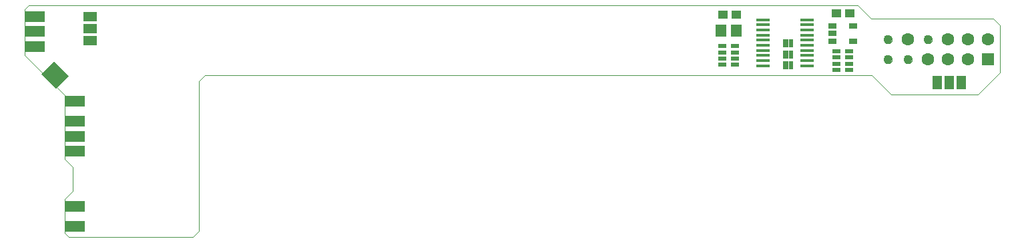
<source format=gts>
G04 EAGLE Gerber X2 export*
%TF.Part,Single*%
%TF.FileFunction,Other,solder mask top*%
%TF.FilePolarity,Positive*%
%TF.GenerationSoftware,Autodesk,EAGLE,9.5.2*%
%TF.CreationDate,2020-04-08T10:13:28Z*%
G75*
%MOMM*%
%FSLAX34Y34*%
%LPD*%
%INsolder mask top*%
%AMOC8*
5,1,8,0,0,1.08239X$1,22.5*%
G01*
%ADD10C,0.000000*%
%ADD11R,2.641600X1.371600*%
%ADD12R,1.371600X2.641600*%
%ADD13R,1.601600X1.601600*%
%ADD14C,1.601600*%
%ADD15C,1.101600*%
%ADD16R,1.270000X1.701800*%
%ADD17R,1.401600X1.601600*%
%ADD18R,1.701600X0.451600*%
%ADD19R,1.000000X0.600000*%
%ADD20R,1.201600X1.101600*%
%ADD21R,0.609600X0.990600*%
%ADD22R,0.152400X1.092200*%
%ADD23R,1.701800X1.270000*%
%ADD24R,1.091600X0.791600*%


D10*
X0Y232410D02*
X50800Y181610D01*
X50800Y100330D01*
X60960Y90170D01*
X60960Y59690D01*
X50800Y49530D01*
X50800Y6350D01*
X55880Y1270D01*
X213360Y1270D01*
X1236980Y210820D02*
X1236980Y270510D01*
X0Y290830D02*
X0Y232410D01*
X0Y290830D02*
X5080Y295910D01*
X220980Y8890D02*
X213360Y1270D01*
X220980Y8890D02*
X220980Y199390D01*
X228600Y207010D01*
X1074420Y207010D01*
X1056640Y295910D02*
X5080Y295910D01*
X1074420Y207010D02*
X1098550Y182880D01*
X1209040Y182880D01*
X1236980Y210820D01*
X1073150Y279400D02*
X1056640Y295910D01*
X1073150Y279400D02*
X1228090Y279400D01*
X1236980Y270510D01*
D11*
X63500Y110490D03*
X63500Y173990D03*
X63500Y129540D03*
X63500Y40640D03*
D12*
G36*
X56098Y206330D02*
X46400Y196632D01*
X27722Y215310D01*
X37420Y225008D01*
X56098Y206330D01*
G37*
D11*
X63500Y15240D03*
X63500Y148590D03*
D12*
G36*
X49748Y199980D02*
X40050Y190282D01*
X21372Y208960D01*
X31070Y218658D01*
X49748Y199980D01*
G37*
D13*
X1221740Y227330D03*
D14*
X1221740Y252730D03*
X1196340Y227330D03*
X1196340Y252730D03*
X1170940Y227330D03*
X1170940Y252730D03*
X1120140Y252730D03*
D10*
X1115140Y227330D02*
X1115142Y227471D01*
X1115148Y227612D01*
X1115158Y227752D01*
X1115172Y227892D01*
X1115190Y228032D01*
X1115211Y228171D01*
X1115237Y228310D01*
X1115266Y228448D01*
X1115300Y228584D01*
X1115337Y228720D01*
X1115378Y228855D01*
X1115423Y228989D01*
X1115472Y229121D01*
X1115524Y229252D01*
X1115580Y229381D01*
X1115640Y229508D01*
X1115703Y229634D01*
X1115769Y229758D01*
X1115840Y229881D01*
X1115913Y230001D01*
X1115990Y230119D01*
X1116070Y230235D01*
X1116154Y230348D01*
X1116240Y230459D01*
X1116330Y230568D01*
X1116423Y230674D01*
X1116518Y230777D01*
X1116617Y230878D01*
X1116718Y230976D01*
X1116822Y231071D01*
X1116929Y231163D01*
X1117038Y231252D01*
X1117150Y231337D01*
X1117264Y231420D01*
X1117380Y231500D01*
X1117499Y231576D01*
X1117620Y231648D01*
X1117742Y231718D01*
X1117867Y231783D01*
X1117993Y231846D01*
X1118121Y231904D01*
X1118251Y231959D01*
X1118382Y232011D01*
X1118515Y232058D01*
X1118649Y232102D01*
X1118784Y232143D01*
X1118920Y232179D01*
X1119057Y232211D01*
X1119195Y232240D01*
X1119333Y232265D01*
X1119473Y232285D01*
X1119613Y232302D01*
X1119753Y232315D01*
X1119894Y232324D01*
X1120034Y232329D01*
X1120175Y232330D01*
X1120316Y232327D01*
X1120457Y232320D01*
X1120597Y232309D01*
X1120737Y232294D01*
X1120877Y232275D01*
X1121016Y232253D01*
X1121154Y232226D01*
X1121292Y232196D01*
X1121428Y232161D01*
X1121564Y232123D01*
X1121698Y232081D01*
X1121832Y232035D01*
X1121964Y231986D01*
X1122094Y231932D01*
X1122223Y231875D01*
X1122350Y231815D01*
X1122476Y231751D01*
X1122599Y231683D01*
X1122721Y231612D01*
X1122841Y231538D01*
X1122958Y231460D01*
X1123073Y231379D01*
X1123186Y231295D01*
X1123297Y231208D01*
X1123405Y231117D01*
X1123510Y231024D01*
X1123613Y230927D01*
X1123713Y230828D01*
X1123810Y230726D01*
X1123904Y230621D01*
X1123995Y230514D01*
X1124083Y230404D01*
X1124168Y230292D01*
X1124250Y230177D01*
X1124329Y230060D01*
X1124404Y229941D01*
X1124476Y229820D01*
X1124544Y229697D01*
X1124609Y229572D01*
X1124671Y229445D01*
X1124728Y229316D01*
X1124783Y229186D01*
X1124833Y229055D01*
X1124880Y228922D01*
X1124923Y228788D01*
X1124962Y228652D01*
X1124997Y228516D01*
X1125029Y228379D01*
X1125056Y228241D01*
X1125080Y228102D01*
X1125100Y227962D01*
X1125116Y227822D01*
X1125128Y227682D01*
X1125136Y227541D01*
X1125140Y227400D01*
X1125140Y227260D01*
X1125136Y227119D01*
X1125128Y226978D01*
X1125116Y226838D01*
X1125100Y226698D01*
X1125080Y226558D01*
X1125056Y226419D01*
X1125029Y226281D01*
X1124997Y226144D01*
X1124962Y226008D01*
X1124923Y225872D01*
X1124880Y225738D01*
X1124833Y225605D01*
X1124783Y225474D01*
X1124728Y225344D01*
X1124671Y225215D01*
X1124609Y225088D01*
X1124544Y224963D01*
X1124476Y224840D01*
X1124404Y224719D01*
X1124329Y224600D01*
X1124250Y224483D01*
X1124168Y224368D01*
X1124083Y224256D01*
X1123995Y224146D01*
X1123904Y224039D01*
X1123810Y223934D01*
X1123713Y223832D01*
X1123613Y223733D01*
X1123510Y223636D01*
X1123405Y223543D01*
X1123297Y223452D01*
X1123186Y223365D01*
X1123073Y223281D01*
X1122958Y223200D01*
X1122841Y223122D01*
X1122721Y223048D01*
X1122599Y222977D01*
X1122476Y222909D01*
X1122350Y222845D01*
X1122223Y222785D01*
X1122094Y222728D01*
X1121964Y222674D01*
X1121832Y222625D01*
X1121698Y222579D01*
X1121564Y222537D01*
X1121428Y222499D01*
X1121292Y222464D01*
X1121154Y222434D01*
X1121016Y222407D01*
X1120877Y222385D01*
X1120737Y222366D01*
X1120597Y222351D01*
X1120457Y222340D01*
X1120316Y222333D01*
X1120175Y222330D01*
X1120034Y222331D01*
X1119894Y222336D01*
X1119753Y222345D01*
X1119613Y222358D01*
X1119473Y222375D01*
X1119333Y222395D01*
X1119195Y222420D01*
X1119057Y222449D01*
X1118920Y222481D01*
X1118784Y222517D01*
X1118649Y222558D01*
X1118515Y222602D01*
X1118382Y222649D01*
X1118251Y222701D01*
X1118121Y222756D01*
X1117993Y222814D01*
X1117867Y222877D01*
X1117742Y222942D01*
X1117620Y223012D01*
X1117499Y223084D01*
X1117380Y223160D01*
X1117264Y223240D01*
X1117150Y223323D01*
X1117038Y223408D01*
X1116929Y223497D01*
X1116822Y223589D01*
X1116718Y223684D01*
X1116617Y223782D01*
X1116518Y223883D01*
X1116423Y223986D01*
X1116330Y224092D01*
X1116240Y224201D01*
X1116154Y224312D01*
X1116070Y224425D01*
X1115990Y224541D01*
X1115913Y224659D01*
X1115840Y224779D01*
X1115769Y224902D01*
X1115703Y225026D01*
X1115640Y225152D01*
X1115580Y225279D01*
X1115524Y225408D01*
X1115472Y225539D01*
X1115423Y225671D01*
X1115378Y225805D01*
X1115337Y225940D01*
X1115300Y226076D01*
X1115266Y226212D01*
X1115237Y226350D01*
X1115211Y226489D01*
X1115190Y226628D01*
X1115172Y226768D01*
X1115158Y226908D01*
X1115148Y227048D01*
X1115142Y227189D01*
X1115140Y227330D01*
D15*
X1120140Y227330D03*
D10*
X1089740Y227330D02*
X1089742Y227471D01*
X1089748Y227612D01*
X1089758Y227752D01*
X1089772Y227892D01*
X1089790Y228032D01*
X1089811Y228171D01*
X1089837Y228310D01*
X1089866Y228448D01*
X1089900Y228584D01*
X1089937Y228720D01*
X1089978Y228855D01*
X1090023Y228989D01*
X1090072Y229121D01*
X1090124Y229252D01*
X1090180Y229381D01*
X1090240Y229508D01*
X1090303Y229634D01*
X1090369Y229758D01*
X1090440Y229881D01*
X1090513Y230001D01*
X1090590Y230119D01*
X1090670Y230235D01*
X1090754Y230348D01*
X1090840Y230459D01*
X1090930Y230568D01*
X1091023Y230674D01*
X1091118Y230777D01*
X1091217Y230878D01*
X1091318Y230976D01*
X1091422Y231071D01*
X1091529Y231163D01*
X1091638Y231252D01*
X1091750Y231337D01*
X1091864Y231420D01*
X1091980Y231500D01*
X1092099Y231576D01*
X1092220Y231648D01*
X1092342Y231718D01*
X1092467Y231783D01*
X1092593Y231846D01*
X1092721Y231904D01*
X1092851Y231959D01*
X1092982Y232011D01*
X1093115Y232058D01*
X1093249Y232102D01*
X1093384Y232143D01*
X1093520Y232179D01*
X1093657Y232211D01*
X1093795Y232240D01*
X1093933Y232265D01*
X1094073Y232285D01*
X1094213Y232302D01*
X1094353Y232315D01*
X1094494Y232324D01*
X1094634Y232329D01*
X1094775Y232330D01*
X1094916Y232327D01*
X1095057Y232320D01*
X1095197Y232309D01*
X1095337Y232294D01*
X1095477Y232275D01*
X1095616Y232253D01*
X1095754Y232226D01*
X1095892Y232196D01*
X1096028Y232161D01*
X1096164Y232123D01*
X1096298Y232081D01*
X1096432Y232035D01*
X1096564Y231986D01*
X1096694Y231932D01*
X1096823Y231875D01*
X1096950Y231815D01*
X1097076Y231751D01*
X1097199Y231683D01*
X1097321Y231612D01*
X1097441Y231538D01*
X1097558Y231460D01*
X1097673Y231379D01*
X1097786Y231295D01*
X1097897Y231208D01*
X1098005Y231117D01*
X1098110Y231024D01*
X1098213Y230927D01*
X1098313Y230828D01*
X1098410Y230726D01*
X1098504Y230621D01*
X1098595Y230514D01*
X1098683Y230404D01*
X1098768Y230292D01*
X1098850Y230177D01*
X1098929Y230060D01*
X1099004Y229941D01*
X1099076Y229820D01*
X1099144Y229697D01*
X1099209Y229572D01*
X1099271Y229445D01*
X1099328Y229316D01*
X1099383Y229186D01*
X1099433Y229055D01*
X1099480Y228922D01*
X1099523Y228788D01*
X1099562Y228652D01*
X1099597Y228516D01*
X1099629Y228379D01*
X1099656Y228241D01*
X1099680Y228102D01*
X1099700Y227962D01*
X1099716Y227822D01*
X1099728Y227682D01*
X1099736Y227541D01*
X1099740Y227400D01*
X1099740Y227260D01*
X1099736Y227119D01*
X1099728Y226978D01*
X1099716Y226838D01*
X1099700Y226698D01*
X1099680Y226558D01*
X1099656Y226419D01*
X1099629Y226281D01*
X1099597Y226144D01*
X1099562Y226008D01*
X1099523Y225872D01*
X1099480Y225738D01*
X1099433Y225605D01*
X1099383Y225474D01*
X1099328Y225344D01*
X1099271Y225215D01*
X1099209Y225088D01*
X1099144Y224963D01*
X1099076Y224840D01*
X1099004Y224719D01*
X1098929Y224600D01*
X1098850Y224483D01*
X1098768Y224368D01*
X1098683Y224256D01*
X1098595Y224146D01*
X1098504Y224039D01*
X1098410Y223934D01*
X1098313Y223832D01*
X1098213Y223733D01*
X1098110Y223636D01*
X1098005Y223543D01*
X1097897Y223452D01*
X1097786Y223365D01*
X1097673Y223281D01*
X1097558Y223200D01*
X1097441Y223122D01*
X1097321Y223048D01*
X1097199Y222977D01*
X1097076Y222909D01*
X1096950Y222845D01*
X1096823Y222785D01*
X1096694Y222728D01*
X1096564Y222674D01*
X1096432Y222625D01*
X1096298Y222579D01*
X1096164Y222537D01*
X1096028Y222499D01*
X1095892Y222464D01*
X1095754Y222434D01*
X1095616Y222407D01*
X1095477Y222385D01*
X1095337Y222366D01*
X1095197Y222351D01*
X1095057Y222340D01*
X1094916Y222333D01*
X1094775Y222330D01*
X1094634Y222331D01*
X1094494Y222336D01*
X1094353Y222345D01*
X1094213Y222358D01*
X1094073Y222375D01*
X1093933Y222395D01*
X1093795Y222420D01*
X1093657Y222449D01*
X1093520Y222481D01*
X1093384Y222517D01*
X1093249Y222558D01*
X1093115Y222602D01*
X1092982Y222649D01*
X1092851Y222701D01*
X1092721Y222756D01*
X1092593Y222814D01*
X1092467Y222877D01*
X1092342Y222942D01*
X1092220Y223012D01*
X1092099Y223084D01*
X1091980Y223160D01*
X1091864Y223240D01*
X1091750Y223323D01*
X1091638Y223408D01*
X1091529Y223497D01*
X1091422Y223589D01*
X1091318Y223684D01*
X1091217Y223782D01*
X1091118Y223883D01*
X1091023Y223986D01*
X1090930Y224092D01*
X1090840Y224201D01*
X1090754Y224312D01*
X1090670Y224425D01*
X1090590Y224541D01*
X1090513Y224659D01*
X1090440Y224779D01*
X1090369Y224902D01*
X1090303Y225026D01*
X1090240Y225152D01*
X1090180Y225279D01*
X1090124Y225408D01*
X1090072Y225539D01*
X1090023Y225671D01*
X1089978Y225805D01*
X1089937Y225940D01*
X1089900Y226076D01*
X1089866Y226212D01*
X1089837Y226350D01*
X1089811Y226489D01*
X1089790Y226628D01*
X1089772Y226768D01*
X1089758Y226908D01*
X1089748Y227048D01*
X1089742Y227189D01*
X1089740Y227330D01*
D15*
X1094740Y227330D03*
D10*
X1089740Y252730D02*
X1089742Y252871D01*
X1089748Y253012D01*
X1089758Y253152D01*
X1089772Y253292D01*
X1089790Y253432D01*
X1089811Y253571D01*
X1089837Y253710D01*
X1089866Y253848D01*
X1089900Y253984D01*
X1089937Y254120D01*
X1089978Y254255D01*
X1090023Y254389D01*
X1090072Y254521D01*
X1090124Y254652D01*
X1090180Y254781D01*
X1090240Y254908D01*
X1090303Y255034D01*
X1090369Y255158D01*
X1090440Y255281D01*
X1090513Y255401D01*
X1090590Y255519D01*
X1090670Y255635D01*
X1090754Y255748D01*
X1090840Y255859D01*
X1090930Y255968D01*
X1091023Y256074D01*
X1091118Y256177D01*
X1091217Y256278D01*
X1091318Y256376D01*
X1091422Y256471D01*
X1091529Y256563D01*
X1091638Y256652D01*
X1091750Y256737D01*
X1091864Y256820D01*
X1091980Y256900D01*
X1092099Y256976D01*
X1092220Y257048D01*
X1092342Y257118D01*
X1092467Y257183D01*
X1092593Y257246D01*
X1092721Y257304D01*
X1092851Y257359D01*
X1092982Y257411D01*
X1093115Y257458D01*
X1093249Y257502D01*
X1093384Y257543D01*
X1093520Y257579D01*
X1093657Y257611D01*
X1093795Y257640D01*
X1093933Y257665D01*
X1094073Y257685D01*
X1094213Y257702D01*
X1094353Y257715D01*
X1094494Y257724D01*
X1094634Y257729D01*
X1094775Y257730D01*
X1094916Y257727D01*
X1095057Y257720D01*
X1095197Y257709D01*
X1095337Y257694D01*
X1095477Y257675D01*
X1095616Y257653D01*
X1095754Y257626D01*
X1095892Y257596D01*
X1096028Y257561D01*
X1096164Y257523D01*
X1096298Y257481D01*
X1096432Y257435D01*
X1096564Y257386D01*
X1096694Y257332D01*
X1096823Y257275D01*
X1096950Y257215D01*
X1097076Y257151D01*
X1097199Y257083D01*
X1097321Y257012D01*
X1097441Y256938D01*
X1097558Y256860D01*
X1097673Y256779D01*
X1097786Y256695D01*
X1097897Y256608D01*
X1098005Y256517D01*
X1098110Y256424D01*
X1098213Y256327D01*
X1098313Y256228D01*
X1098410Y256126D01*
X1098504Y256021D01*
X1098595Y255914D01*
X1098683Y255804D01*
X1098768Y255692D01*
X1098850Y255577D01*
X1098929Y255460D01*
X1099004Y255341D01*
X1099076Y255220D01*
X1099144Y255097D01*
X1099209Y254972D01*
X1099271Y254845D01*
X1099328Y254716D01*
X1099383Y254586D01*
X1099433Y254455D01*
X1099480Y254322D01*
X1099523Y254188D01*
X1099562Y254052D01*
X1099597Y253916D01*
X1099629Y253779D01*
X1099656Y253641D01*
X1099680Y253502D01*
X1099700Y253362D01*
X1099716Y253222D01*
X1099728Y253082D01*
X1099736Y252941D01*
X1099740Y252800D01*
X1099740Y252660D01*
X1099736Y252519D01*
X1099728Y252378D01*
X1099716Y252238D01*
X1099700Y252098D01*
X1099680Y251958D01*
X1099656Y251819D01*
X1099629Y251681D01*
X1099597Y251544D01*
X1099562Y251408D01*
X1099523Y251272D01*
X1099480Y251138D01*
X1099433Y251005D01*
X1099383Y250874D01*
X1099328Y250744D01*
X1099271Y250615D01*
X1099209Y250488D01*
X1099144Y250363D01*
X1099076Y250240D01*
X1099004Y250119D01*
X1098929Y250000D01*
X1098850Y249883D01*
X1098768Y249768D01*
X1098683Y249656D01*
X1098595Y249546D01*
X1098504Y249439D01*
X1098410Y249334D01*
X1098313Y249232D01*
X1098213Y249133D01*
X1098110Y249036D01*
X1098005Y248943D01*
X1097897Y248852D01*
X1097786Y248765D01*
X1097673Y248681D01*
X1097558Y248600D01*
X1097441Y248522D01*
X1097321Y248448D01*
X1097199Y248377D01*
X1097076Y248309D01*
X1096950Y248245D01*
X1096823Y248185D01*
X1096694Y248128D01*
X1096564Y248074D01*
X1096432Y248025D01*
X1096298Y247979D01*
X1096164Y247937D01*
X1096028Y247899D01*
X1095892Y247864D01*
X1095754Y247834D01*
X1095616Y247807D01*
X1095477Y247785D01*
X1095337Y247766D01*
X1095197Y247751D01*
X1095057Y247740D01*
X1094916Y247733D01*
X1094775Y247730D01*
X1094634Y247731D01*
X1094494Y247736D01*
X1094353Y247745D01*
X1094213Y247758D01*
X1094073Y247775D01*
X1093933Y247795D01*
X1093795Y247820D01*
X1093657Y247849D01*
X1093520Y247881D01*
X1093384Y247917D01*
X1093249Y247958D01*
X1093115Y248002D01*
X1092982Y248049D01*
X1092851Y248101D01*
X1092721Y248156D01*
X1092593Y248214D01*
X1092467Y248277D01*
X1092342Y248342D01*
X1092220Y248412D01*
X1092099Y248484D01*
X1091980Y248560D01*
X1091864Y248640D01*
X1091750Y248723D01*
X1091638Y248808D01*
X1091529Y248897D01*
X1091422Y248989D01*
X1091318Y249084D01*
X1091217Y249182D01*
X1091118Y249283D01*
X1091023Y249386D01*
X1090930Y249492D01*
X1090840Y249601D01*
X1090754Y249712D01*
X1090670Y249825D01*
X1090590Y249941D01*
X1090513Y250059D01*
X1090440Y250179D01*
X1090369Y250302D01*
X1090303Y250426D01*
X1090240Y250552D01*
X1090180Y250679D01*
X1090124Y250808D01*
X1090072Y250939D01*
X1090023Y251071D01*
X1089978Y251205D01*
X1089937Y251340D01*
X1089900Y251476D01*
X1089866Y251612D01*
X1089837Y251750D01*
X1089811Y251889D01*
X1089790Y252028D01*
X1089772Y252168D01*
X1089758Y252308D01*
X1089748Y252448D01*
X1089742Y252589D01*
X1089740Y252730D01*
D15*
X1094740Y252730D03*
D14*
X1145540Y227330D03*
D10*
X1140540Y252730D02*
X1140542Y252871D01*
X1140548Y253012D01*
X1140558Y253152D01*
X1140572Y253292D01*
X1140590Y253432D01*
X1140611Y253571D01*
X1140637Y253710D01*
X1140666Y253848D01*
X1140700Y253984D01*
X1140737Y254120D01*
X1140778Y254255D01*
X1140823Y254389D01*
X1140872Y254521D01*
X1140924Y254652D01*
X1140980Y254781D01*
X1141040Y254908D01*
X1141103Y255034D01*
X1141169Y255158D01*
X1141240Y255281D01*
X1141313Y255401D01*
X1141390Y255519D01*
X1141470Y255635D01*
X1141554Y255748D01*
X1141640Y255859D01*
X1141730Y255968D01*
X1141823Y256074D01*
X1141918Y256177D01*
X1142017Y256278D01*
X1142118Y256376D01*
X1142222Y256471D01*
X1142329Y256563D01*
X1142438Y256652D01*
X1142550Y256737D01*
X1142664Y256820D01*
X1142780Y256900D01*
X1142899Y256976D01*
X1143020Y257048D01*
X1143142Y257118D01*
X1143267Y257183D01*
X1143393Y257246D01*
X1143521Y257304D01*
X1143651Y257359D01*
X1143782Y257411D01*
X1143915Y257458D01*
X1144049Y257502D01*
X1144184Y257543D01*
X1144320Y257579D01*
X1144457Y257611D01*
X1144595Y257640D01*
X1144733Y257665D01*
X1144873Y257685D01*
X1145013Y257702D01*
X1145153Y257715D01*
X1145294Y257724D01*
X1145434Y257729D01*
X1145575Y257730D01*
X1145716Y257727D01*
X1145857Y257720D01*
X1145997Y257709D01*
X1146137Y257694D01*
X1146277Y257675D01*
X1146416Y257653D01*
X1146554Y257626D01*
X1146692Y257596D01*
X1146828Y257561D01*
X1146964Y257523D01*
X1147098Y257481D01*
X1147232Y257435D01*
X1147364Y257386D01*
X1147494Y257332D01*
X1147623Y257275D01*
X1147750Y257215D01*
X1147876Y257151D01*
X1147999Y257083D01*
X1148121Y257012D01*
X1148241Y256938D01*
X1148358Y256860D01*
X1148473Y256779D01*
X1148586Y256695D01*
X1148697Y256608D01*
X1148805Y256517D01*
X1148910Y256424D01*
X1149013Y256327D01*
X1149113Y256228D01*
X1149210Y256126D01*
X1149304Y256021D01*
X1149395Y255914D01*
X1149483Y255804D01*
X1149568Y255692D01*
X1149650Y255577D01*
X1149729Y255460D01*
X1149804Y255341D01*
X1149876Y255220D01*
X1149944Y255097D01*
X1150009Y254972D01*
X1150071Y254845D01*
X1150128Y254716D01*
X1150183Y254586D01*
X1150233Y254455D01*
X1150280Y254322D01*
X1150323Y254188D01*
X1150362Y254052D01*
X1150397Y253916D01*
X1150429Y253779D01*
X1150456Y253641D01*
X1150480Y253502D01*
X1150500Y253362D01*
X1150516Y253222D01*
X1150528Y253082D01*
X1150536Y252941D01*
X1150540Y252800D01*
X1150540Y252660D01*
X1150536Y252519D01*
X1150528Y252378D01*
X1150516Y252238D01*
X1150500Y252098D01*
X1150480Y251958D01*
X1150456Y251819D01*
X1150429Y251681D01*
X1150397Y251544D01*
X1150362Y251408D01*
X1150323Y251272D01*
X1150280Y251138D01*
X1150233Y251005D01*
X1150183Y250874D01*
X1150128Y250744D01*
X1150071Y250615D01*
X1150009Y250488D01*
X1149944Y250363D01*
X1149876Y250240D01*
X1149804Y250119D01*
X1149729Y250000D01*
X1149650Y249883D01*
X1149568Y249768D01*
X1149483Y249656D01*
X1149395Y249546D01*
X1149304Y249439D01*
X1149210Y249334D01*
X1149113Y249232D01*
X1149013Y249133D01*
X1148910Y249036D01*
X1148805Y248943D01*
X1148697Y248852D01*
X1148586Y248765D01*
X1148473Y248681D01*
X1148358Y248600D01*
X1148241Y248522D01*
X1148121Y248448D01*
X1147999Y248377D01*
X1147876Y248309D01*
X1147750Y248245D01*
X1147623Y248185D01*
X1147494Y248128D01*
X1147364Y248074D01*
X1147232Y248025D01*
X1147098Y247979D01*
X1146964Y247937D01*
X1146828Y247899D01*
X1146692Y247864D01*
X1146554Y247834D01*
X1146416Y247807D01*
X1146277Y247785D01*
X1146137Y247766D01*
X1145997Y247751D01*
X1145857Y247740D01*
X1145716Y247733D01*
X1145575Y247730D01*
X1145434Y247731D01*
X1145294Y247736D01*
X1145153Y247745D01*
X1145013Y247758D01*
X1144873Y247775D01*
X1144733Y247795D01*
X1144595Y247820D01*
X1144457Y247849D01*
X1144320Y247881D01*
X1144184Y247917D01*
X1144049Y247958D01*
X1143915Y248002D01*
X1143782Y248049D01*
X1143651Y248101D01*
X1143521Y248156D01*
X1143393Y248214D01*
X1143267Y248277D01*
X1143142Y248342D01*
X1143020Y248412D01*
X1142899Y248484D01*
X1142780Y248560D01*
X1142664Y248640D01*
X1142550Y248723D01*
X1142438Y248808D01*
X1142329Y248897D01*
X1142222Y248989D01*
X1142118Y249084D01*
X1142017Y249182D01*
X1141918Y249283D01*
X1141823Y249386D01*
X1141730Y249492D01*
X1141640Y249601D01*
X1141554Y249712D01*
X1141470Y249825D01*
X1141390Y249941D01*
X1141313Y250059D01*
X1141240Y250179D01*
X1141169Y250302D01*
X1141103Y250426D01*
X1141040Y250552D01*
X1140980Y250679D01*
X1140924Y250808D01*
X1140872Y250939D01*
X1140823Y251071D01*
X1140778Y251205D01*
X1140737Y251340D01*
X1140700Y251476D01*
X1140666Y251612D01*
X1140637Y251750D01*
X1140611Y251889D01*
X1140590Y252028D01*
X1140572Y252168D01*
X1140558Y252308D01*
X1140548Y252448D01*
X1140542Y252589D01*
X1140540Y252730D01*
D15*
X1145540Y252730D03*
D16*
X1187450Y198120D03*
X1172210Y198120D03*
X1156970Y198120D03*
D17*
X883310Y264160D03*
X902310Y264160D03*
D18*
X935930Y277870D03*
X935930Y271370D03*
X935930Y264870D03*
X935930Y258370D03*
X935930Y251870D03*
X935930Y245370D03*
X935930Y238870D03*
X935930Y232370D03*
X935930Y225870D03*
X935930Y219370D03*
X991930Y219370D03*
X991930Y225870D03*
X991930Y232370D03*
X991930Y238870D03*
X991930Y245370D03*
X991930Y251870D03*
X991930Y258370D03*
X991930Y264870D03*
X991930Y271370D03*
X991930Y277870D03*
D19*
X900810Y220410D03*
X900810Y228410D03*
X900810Y236410D03*
X900810Y244410D03*
X884810Y244410D03*
X884810Y236410D03*
X884810Y228410D03*
X884810Y220410D03*
D11*
X12700Y243840D03*
X12700Y262890D03*
X12700Y281940D03*
D19*
X1029590Y238060D03*
X1029590Y230060D03*
X1029590Y222060D03*
X1029590Y214060D03*
X1045590Y214060D03*
X1045590Y222060D03*
X1045590Y230060D03*
X1045590Y238060D03*
D20*
X902580Y284480D03*
X885580Y284480D03*
D21*
X963930Y247650D03*
X971550Y247650D03*
D22*
X967740Y247650D03*
D21*
X963930Y233680D03*
X971550Y233680D03*
D22*
X967740Y233680D03*
D21*
X963930Y219710D03*
X971550Y219710D03*
D22*
X967740Y219710D03*
D23*
X82550Y281940D03*
X82550Y266700D03*
X82550Y251460D03*
D24*
X1024690Y269850D03*
X1024690Y260350D03*
X1024690Y250850D03*
X1050590Y250850D03*
X1050590Y269850D03*
D20*
X1046090Y285750D03*
X1029090Y285750D03*
M02*

</source>
